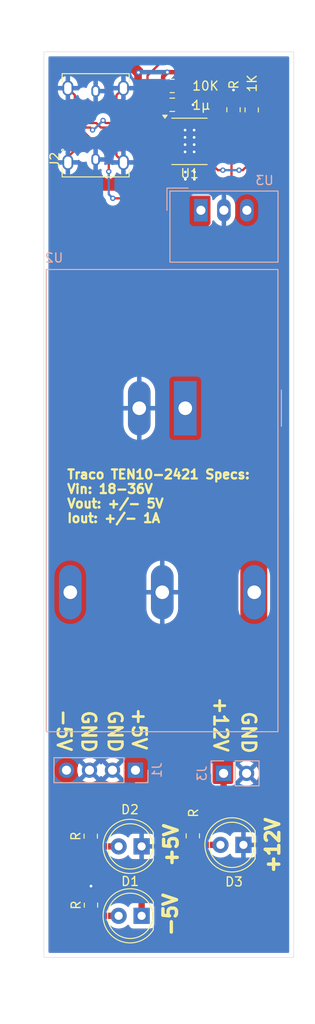
<source format=kicad_pcb>
(kicad_pcb (version 20241229) (generator "pcbnew") (generator_version "9.0")
  (layers (0 "F.Cu" signal) (2 "B.Cu" signal) (13 "F.Paste" user) (15 "B.Paste" user) (5 "F.SilkS" user "F.Silkscreen") (7 "B.SilkS" user "B.Silkscreen") (1 "F.Mask" user) (3 "B.Mask" user) (25 "Edge.Cuts" user))
  (net 0 "")
  (net 1 "/CH224K_VDD")
  (net 2 "VBUS")
  (net 3 "/CC1")
  (net 4 "/D+")
  (net 5 "/D-")
  (net 6 "/CC2")
  (net 7 "/CH224K_VBUS")
  (net 8 "Net-(U1-CFG1)")
  (net 12 "+5V")
  (net 13 "-5V")
  (net 14 "GND")
  (net 25 "Net-(D1-A)")
  (net 26 "Net-(D2-A)")
  (net 27 "Net-(D3-A)")
  (net 28 "+12V")
  (footprint "Allgemein:R_0805" (layer "F.Cu") (at 160.57 57.37 90)
    (property "Reference" "R3")
    (property "Value" "R" (at 2.77 0.04 90) (layer "F.SilkS"))
    (fp_line (start -0.227064 -0.735) (end 0.227064 -0.735) (stroke (width 0.12)) (layer "F.SilkS"))
    (fp_line (start -0.227064 0.735) (end 0.227064 0.735) (stroke (width 0.12)) (layer "F.SilkS"))
    (pad "1" smd roundrect (at -1 0 90) (size 1.2 1.4) (layers "F.Cu" "F.Mask" "F.Paste") (roundrect_rratio 0.208333) (net 8 "Net-(U1-CFG1)"))
    (pad "2" smd roundrect (at 1 0 90) (size 1.2 1.4) (layers "F.Cu" "F.Mask" "F.Paste") (roundrect_rratio 0.208333) (net 14 "GND"))
  )
  (footprint "LED_THT:LED_D5.0mm" (layer "F.Cu") (at 150.42 138.7125 180)
    (property "Reference" "D2" (at 1.295 4.0625 180) (layer "F.SilkS"))
    (property "Value" "LED")
    (fp_line (start -1.29 -1.545) (end -1.29 1.545) (stroke (width 0.12)) (layer "F.SilkS"))
    (fp_arc (start 4.26 0) (mid 2.071779 2.880495) (end -1.29 1.54483) (stroke (width 0.12)) (layer "F.SilkS"))
    (fp_arc (start -1.29 -1.54483) (mid 2.071779 -2.880495) (end 4.26 0) (stroke (width 0.12)) (layer "F.SilkS"))
    (fp_circle (center 1.27 0) (end 3.77 0) (stroke (width 0.12)) (fill no) (layer "F.SilkS"))
    (pad "1" thru_hole rect (at 0 0 180) (size 1.8 1.8) (drill 0.9) (layers "*.Cu" "*.Mask") (net 14 "GND"))
    (pad "2" thru_hole circle (at 2.54 0 180) (size 1.8 1.8) (drill 0.9) (layers "*.Cu" "*.Mask") (net 26 "Net-(D2-A)"))
  )
  (footprint "Package_SO:SSOP-10-1EP_3.9x4.9mm_P1mm_EP2.1x3.3mm" (layer "F.Cu") (at 155.7075 60.86)
    (property "Reference" "U1" (at 0.02 3.56 0) (layer "F.SilkS"))
    (property "Value" "CH224K")
    (fp_line (start 0 -2.56) (end -1.95 -2.56) (stroke (width 0.12)) (layer "F.SilkS"))
    (fp_line (start 0 -2.56) (end 1.95 -2.56) (stroke (width 0.12)) (layer "F.SilkS"))
    (fp_line (start 0 2.56) (end -1.95 2.56) (stroke (width 0.12)) (layer "F.SilkS"))
    (fp_line (start 0 2.56) (end 1.95 2.56) (stroke (width 0.12)) (layer "F.SilkS"))
    (fp_poly (pts (xy -2.7125 -2.56) (xy -2.9525 -2.89) (xy -2.4725 -2.89)) (stroke (width 0.12)) (fill yes) (layer "F.SilkS"))
    (pad "1" smd roundrect (at -2.6375 -2) (size 1.675 0.6) (layers "F.Cu" "F.Mask" "F.Paste") (net 1 "/CH224K_VDD"))
    (pad "2" smd roundrect (at -2.6375 -1) (size 1.675 0.6) (layers "F.Cu" "F.Mask" "F.Paste"))
    (pad "3" smd roundrect (at -2.6375 0) (size 1.675 0.6) (layers "F.Cu" "F.Mask" "F.Paste"))
    (pad "4" smd roundrect (at -2.6375 1) (size 1.675 0.6) (layers "F.Cu" "F.Mask" "F.Paste") (net 4 "/D+"))
    (pad "5" smd roundrect (at -2.6375 2) (size 1.675 0.6) (layers "F.Cu" "F.Mask" "F.Paste") (net 5 "/D-"))
    (pad "6" smd roundrect (at 2.6375 2) (size 1.675 0.6) (layers "F.Cu" "F.Mask" "F.Paste") (net 6 "/CC2"))
    (pad "7" smd roundrect (at 2.6375 1) (size 1.675 0.6) (layers "F.Cu" "F.Mask" "F.Paste") (net 3 "/CC1"))
    (pad "8" smd roundrect (at 2.6375 0) (size 1.675 0.6) (layers "F.Cu" "F.Mask" "F.Paste") (net 7 "/CH224K_VBUS"))
    (pad "9" smd roundrect (at 2.6375 -1) (size 1.675 0.6) (layers "F.Cu" "F.Mask" "F.Paste") (net 8 "Net-(U1-CFG1)"))
    (pad "10" smd roundrect (at 2.6375 -2) (size 1.675 0.6) (layers "F.Cu" "F.Mask" "F.Paste"))
    (pad "11" smd rect (at 0 0) (size 2.1 3.3) (property pad_prop_heatsink) (layers "F.Cu" "F.Mask") (net 14 "GND"))
  )
  (footprint "Allgemein:R_0805" (layer "F.Cu") (at 162.58 57.39 -90)
    (property "Reference" "R1")
    (property "Value" "1K" (at -2.93 -0.04 90) (layer "F.SilkS"))
    (fp_line (start -0.227064 0.735) (end 0.227064 0.735) (stroke (width 0.12)) (layer "F.SilkS"))
    (fp_line (start -0.227064 -0.735) (end 0.227064 -0.735) (stroke (width 0.12)) (layer "F.SilkS"))
    (pad "1" smd roundrect (at -1 0 270) (size 1.2 1.4) (layers "F.Cu" "F.Mask" "F.Paste") (roundrect_rratio 0.208333) (net 2 "VBUS"))
    (pad "2" smd roundrect (at 1 0 270) (size 1.2 1.4) (layers "F.Cu" "F.Mask" "F.Paste") (roundrect_rratio 0.208333) (net 7 "/CH224K_VBUS"))
  )
  (footprint "Allgemein:C_0805" (layer "F.Cu") (at 153.805 56.82 180)
    (property "Reference" "C1")
    (property "Value" "1µ" (at -3.2325 -0.04 0) (layer "F.SilkS"))
    (fp_line (start -0.261252 0.735) (end 0.261252 0.735) (stroke (width 0.12)) (layer "F.SilkS"))
    (fp_line (start -0.261252 -0.735) (end 0.261252 -0.735) (stroke (width 0.12)) (layer "F.SilkS"))
    (pad "1" smd roundrect (at -1.0375 0 180) (size 1.175 1.45) (layers "F.Cu" "F.Mask" "F.Paste") (roundrect_rratio 0.212766) (net 14 "GND"))
    (pad "2" smd roundrect (at 1.0375 0 180) (size 1.175 1.45) (layers "F.Cu" "F.Mask" "F.Paste") (roundrect_rratio 0.212766) (net 1 "/CH224K_VDD"))
  )
  (footprint "LED_THT:LED_D5.0mm" (layer "F.Cu") (at 150.42 146.38 180)
    (property "Reference" "D1" (at 1.275 3.805 180) (layer "F.SilkS"))
    (property "Value" "LED")
    (fp_line (start -1.29 -1.545) (end -1.29 1.545) (stroke (width 0.12)) (layer "F.SilkS"))
    (fp_arc (start 4.26 0) (mid 2.071779 2.880495) (end -1.29 1.54483) (stroke (width 0.12)) (layer "F.SilkS"))
    (fp_arc (start -1.29 -1.54483) (mid 2.071779 -2.880495) (end 4.26 0) (stroke (width 0.12)) (layer "F.SilkS"))
    (fp_circle (center 1.27 0) (end 3.77 0) (stroke (width 0.12)) (fill no) (layer "F.SilkS"))
    (pad "1" thru_hole rect (at 0 0 180) (size 1.8 1.8) (drill 0.9) (layers "*.Cu" "*.Mask") (net 13 "-5V"))
    (pad "2" thru_hole circle (at 2.54 0 180) (size 1.8 1.8) (drill 0.9) (layers "*.Cu" "*.Mask") (net 25 "Net-(D1-A)"))
  )
  (footprint "Allgemein:R_0805" (layer "F.Cu") (at 156.075 137.55 -90)
    (property "Reference" "R6")
    (property "Value" "R" (at -2.525 -0.075 90) (layer "F.SilkS"))
    (fp_line (start -0.227064 0.735) (end 0.227064 0.735) (stroke (width 0.12)) (layer "F.SilkS"))
    (fp_line (start -0.227064 -0.735) (end 0.227064 -0.735) (stroke (width 0.12)) (layer "F.SilkS"))
    (pad "1" smd roundrect (at -1 0 270) (size 1.2 1.4) (layers "F.Cu" "F.Mask" "F.Paste") (roundrect_rratio 0.208333) (net 28 "+12V"))
    (pad "2" smd roundrect (at 1 0 270) (size 1.2 1.4) (layers "F.Cu" "F.Mask" "F.Paste") (roundrect_rratio 0.208333) (net 27 "Net-(D3-A)"))
  )
  (footprint "Connector_USB:USB_C_Receptacle_JAE_DX07S024WJ1R350" (layer "F.Cu") (at 145.34 59.085 90)
    (property "Reference" "J2" (at -3.8 -4.5 90) (layer "F.SilkS"))
    (property "Value" "USB_C_Receptacle")
    (fp_line (start 5.7 -3.7) (end 5.7 3.7) (stroke (width 0.12)) (layer "F.SilkS"))
    (fp_line (start 4.8 -3.7) (end 5.7 -3.7) (stroke (width 0.12)) (layer "F.SilkS"))
    (fp_line (start -5.7 -3.7) (end -4.8 -3.7) (stroke (width 0.12)) (layer "F.SilkS"))
    (fp_line (start -5.7 -3.7) (end -5.7 3.7) (stroke (width 0.12)) (layer "F.SilkS"))
    (fp_line (start 4.8 3.7) (end 5.7 3.7) (stroke (width 0.12)) (layer "F.SilkS"))
    (fp_line (start -5.7 3.7) (end -4.8 3.7) (stroke (width 0.12)) (layer "F.SilkS"))
    (fp_circle (center -2.75 -3.65) (end -2.638197 -3.65) (stroke (width 0.12)) (fill no) (layer "F.SilkS"))
    (pad "" np_thru_hole circle (at -3.5 -1.35 90) (size 0.6 0.6) (drill 0.6) (layers "*.Cu" "*.Mask"))
    (pad "" np_thru_hole oval (at 3.5 -1.35 90) (size 0.85 0.6) (drill oval 0.85 0.6) (layers "*.Cu" "*.Mask"))
    (pad "A1" smd rect (at -2.75 -2.3 90) (size 0.27 1.4) (layers "F.Cu" "F.Mask" "F.Paste") (net 14 "GND"))
    (pad "A2" smd rect (at -2.25 -2.3 90) (size 0.27 1.4) (layers "F.Cu" "F.Mask" "F.Paste"))
    (pad "A3" smd rect (at -1.75 -2.3 90) (size 0.27 1.4) (layers "F.Cu" "F.Mask" "F.Paste"))
    (pad "A4" smd rect (at -1.25 -2.3 90) (size 0.27 1.4) (layers "F.Cu" "F.Mask" "F.Paste") (net 2 "VBUS"))
    (pad "A5" smd rect (at -0.75 -2.3 90) (size 0.27 1.4) (layers "F.Cu" "F.Mask" "F.Paste") (net 3 "/CC1"))
    (pad "A6" smd rect (at -0.25 -2.3 90) (size 0.27 1.4) (layers "F.Cu" "F.Mask" "F.Paste") (net 4 "/D+"))
    (pad "A7" smd rect (at 0.25 -2.3 90) (size 0.27 1.4) (layers "F.Cu" "F.Mask" "F.Paste") (net 5 "/D-"))
    (pad "A8" smd rect (at 0.75 -2.3 90) (size 0.27 1.4) (layers "F.Cu" "F.Mask" "F.Paste"))
    (pad "A9" smd rect (at 1.25 -2.3 90) (size 0.27 1.4) (layers "F.Cu" "F.Mask" "F.Paste") (net 2 "VBUS"))
    (pad "A10" smd rect (at 1.75 -2.3 90) (size 0.27 1.4) (layers "F.Cu" "F.Mask" "F.Paste"))
    (pad "A11" smd rect (at 2.25 -2.3 90) (size 0.27 1.4) (layers "F.Cu" "F.Mask" "F.Paste"))
    (pad "A12" smd rect (at 2.75 -2.3 90) (size 0.27 1.4) (layers "F.Cu" "F.Mask" "F.Paste") (net 14 "GND"))
    (pad "B1" smd rect (at 2.75 2.3 90) (size 0.27 1.4) (layers "F.Cu" "F.Mask" "F.Paste") (net 14 "GND"))
    (pad "B2" smd rect (at 2.25 2.3 90) (size 0.27 1.4) (layers "F.Cu" "F.Mask" "F.Paste"))
    (pad "B3" smd rect (at 1.75 2.3 90) (size 0.27 1.4) (layers "F.Cu" "F.Mask" "F.Paste"))
    (pad "B4" smd rect (at 1.25 2.3 90) (size 0.27 1.4) (layers "F.Cu" "F.Mask" "F.Paste") (net 2 "VBUS"))
    (pad "B5" smd rect (at 0.75 2.3 90) (size 0.27 1.4) (layers "F.Cu" "F.Mask" "F.Paste") (net 6 "/CC2"))
    (pad "B6" smd rect (at 0.25 2.3 90) (size 0.27 1.4) (layers "F.Cu" "F.Mask" "F.Paste") (net 4 "/D+"))
    (pad "B7" smd rect (at -0.25 2.3 90) (size 0.27 1.4) (layers "F.Cu" "F.Mask" "F.Paste") (net 5 "/D-"))
    (pad "B8" smd rect (at -0.75 2.3 90) (size 0.27 1.4) (layers "F.Cu" "F.Mask" "F.Paste"))
    (pad "B9" smd rect (at -1.25 2.3 90) (size 0.27 1.4) (layers "F.Cu" "F.Mask" "F.Paste") (net 2 "VBUS"))
    (pad "B10" smd rect (at -1.75 2.3 90) (size 0.27 1.4) (layers "F.Cu" "F.Mask" "F.Paste"))
    (pad "B11" smd rect (at -2.25 2.3 90) (size 0.27 1.4) (layers "F.Cu" "F.Mask" "F.Paste"))
    (pad "B12" smd rect (at -2.75 2.3 90) (size 0.27 1.4) (layers "F.Cu" "F.Mask" "F.Paste") (net 14 "GND"))
    (pad "S1" thru_hole oval (at -4.1 -3.07 180) (size 1.2 1.7) (drill oval 0.8 1.3) (property pad_prop_heatsink) (layers "*.Cu" "*.Mask") (net 14 "GND"))
    (pad "S1" thru_hole oval (at -4.1 3.07 180) (size 1.2 1.7) (drill oval 0.8 1.3) (property pad_prop_heatsink) (layers "*.Cu" "*.Mask") (net 14 "GND"))
    (pad "S1" thru_hole oval (at -3.775 0 180) (size 0.95 1.35) (drill oval 0.55 0.95) (property pad_prop_heatsink) (layers "*.Cu" "*.Mask") (net 14 "GND"))
    (pad "S1" thru_hole oval (at 3.775 0 180) (size 0.95 1.35) (drill oval 0.55 0.95) (property pad_prop_heatsink) (layers "*.Cu" "*.Mask") (net 14 "GND"))
    (pad "S1" thru_hole oval (at 4.1 -3.07 180) (size 1.2 1.7) (drill oval 0.8 1.3) (property pad_prop_heatsink) (layers "*.Cu" "*.Mask") (net 14 "GND"))
    (pad "S1" thru_hole oval (at 4.1 3.07 180) (size 1.2 1.7) (drill oval 0.8 1.3) (property pad_prop_heatsink) (layers "*.Cu" "*.Mask") (net 14 "GND"))
  )
  (footprint "Allgemein:R_0805" (layer "F.Cu") (at 144.8 137.5875 -90)
    (property "Reference" "R5")
    (property "Value" "R" (at 0 1.65 90) (layer "F.SilkS"))
    (fp_line (start -0.227064 0.735) (end 0.227064 0.735) (stroke (width 0.12)) (layer "F.SilkS"))
    (fp_line (start -0.227064 -0.735) (end 0.227064 -0.735) (stroke (width 0.12)) (layer "F.SilkS"))
    (pad "1" smd roundrect (at -1 0 270) (size 1.2 1.4) (layers "F.Cu" "F.Mask" "F.Paste") (roundrect_rratio 0.208333) (net 12 "+5V"))
    (pad "2" smd roundrect (at 1 0 270) (size 1.2 1.4) (layers "F.Cu" "F.Mask" "F.Paste") (roundrect_rratio 0.208333) (net 26 "Net-(D2-A)"))
  )
  (footprint "Allgemein:R_0805" (layer "F.Cu") (at 144.825 145.2 -90)
    (property "Reference" "R4")
    (property "Value" "R" (at 0 1.65 90) (layer "F.SilkS"))
    (fp_line (start -0.227064 0.735) (end 0.227064 0.735) (stroke (width 0.12)) (layer "F.SilkS"))
    (fp_line (start -0.227064 -0.735) (end 0.227064 -0.735) (stroke (width 0.12)) (layer "F.SilkS"))
    (pad "1" smd roundrect (at -1 0 270) (size 1.2 1.4) (layers "F.Cu" "F.Mask" "F.Paste") (roundrect_rratio 0.208333) (net 14 "GND"))
    (pad "2" smd roundrect (at 1 0 270) (size 1.2 1.4) (layers "F.Cu" "F.Mask" "F.Paste") (roundrect_rratio 0.208333) (net 25 "Net-(D1-A)"))
  )
  (footprint "Allgemein:R_0805" (layer "F.Cu") (at 153.7975 54.74)
    (property "Reference" "R2")
    (property "Value" "10K" (at 3.68 0 0) (layer "F.SilkS"))
    (fp_line (start -0.227064 -0.735) (end 0.227064 -0.735) (stroke (width 0.12)) (layer "F.SilkS"))
    (fp_line (start -0.227064 0.735) (end 0.227064 0.735) (stroke (width 0.12)) (layer "F.SilkS"))
    (pad "1" smd roundrect (at -1 0) (size 1.2 1.4) (layers "F.Cu" "F.Mask" "F.Paste") (roundrect_rratio 0.208333) (net 2 "VBUS"))
    (pad "2" smd roundrect (at 1 0) (size 1.2 1.4) (layers "F.Cu" "F.Mask" "F.Paste") (roundrect_rratio 0.208333) (net 1 "/CH224K_VDD"))
  )
  (footprint "LED_THT:LED_D5.0mm" (layer "F.Cu") (at 161.67 138.545 180)
    (property "Reference" "D3" (at 1.045 -4.08 180) (layer "F.SilkS"))
    (property "Value" "LED")
    (fp_line (start -1.29 -1.545) (end -1.29 1.545) (stroke (width 0.12)) (layer "F.SilkS"))
    (fp_arc (start 4.26 0) (mid 2.071779 2.880495) (end -1.29 1.54483) (stroke (width 0.12)) (layer "F.SilkS"))
    (fp_arc (start -1.29 -1.54483) (mid 2.071779 -2.880495) (end 4.26 0) (stroke (width 0.12)) (layer "F.SilkS"))
    (fp_circle (center 1.27 0) (end 3.77 0) (stroke (width 0.12)) (fill no) (layer "F.SilkS"))
    (pad "1" thru_hole rect (at 0 0 180) (size 1.8 1.8) (drill 0.9) (layers "*.Cu" "*.Mask") (net 14 "GND"))
    (pad "2" thru_hole circle (at 2.54 0 180) (size 1.8 1.8) (drill 0.9) (layers "*.Cu" "*.Mask") (net 27 "Net-(D3-A)"))
  )
  (footprint "Converter_DCDC:Converter_DCDC_TRACO_TSR-1_THT" (layer "B.Cu") (at 156.9675 68.4675)
    (property "Reference" "U3" (at 7.0325 -3.2925 0) (layer "B.SilkS") (effects (justify mirror)))
    (property "Value" "TSR_1-24120")
    (fp_line (start -3.75 -2.45) (end -1.42 -2.45) (stroke (width 0.12)) (layer "B.SilkS"))
    (fp_line (start -3.75 0) (end -3.75 -2.45) (stroke (width 0.12)) (layer "B.SilkS"))
    (fp_line (start -3.42 -2.12) (end -3.42 5.73) (stroke (width 0.12)) (layer "B.SilkS"))
    (fp_line (start -3.42 5.73) (end 8.52 5.73) (stroke (width 0.12)) (layer "B.SilkS"))
    (fp_line (start 8.52 -2.12) (end -3.42 -2.12) (stroke (width 0.12)) (layer "B.SilkS"))
    (fp_line (start 8.52 5.73) (end 8.52 -2.12) (stroke (width 0.12)) (layer "B.SilkS"))
    (pad "1" thru_hole rect (at 0 0) (size 1.5 2.5) (drill 1) (layers "*.Cu" "*.Mask") (net 2 "VBUS"))
    (pad "2" thru_hole oval (at 2.54 0) (size 1.5 2.5) (drill 1) (layers "*.Cu" "*.Mask") (net 14 "GND"))
    (pad "3" thru_hole oval (at 5.08 0) (size 1.5 2.5) (drill 1) (layers "*.Cu" "*.Mask") (net 28 "+12V"))
  )
  (footprint "project_lib:Converter_DCDC_TRACO_TEN10-xxxx_THT" (layer "B.Cu") (at 155.24 90.33 180)
    (property "Reference" "U2" (at 14.49 16.605 0) (layer "B.SilkS") (effects (justify mirror)))
    (property "Value" "TEN10-2421WIN")
    (fp_line (start 15.36 15.32) (end 15.36 -35.72) (stroke (width 0.12)) (layer "B.SilkS"))
    (fp_line (start 15.36 -35.72) (end -10.24 -35.72) (stroke (width 0.12)) (layer "B.SilkS"))
    (fp_line (start -10.24 15.32) (end 15.36 15.32) (stroke (width 0.12)) (layer "B.SilkS"))
    (fp_line (start -10.24 -35.72) (end -10.24 15.32) (stroke (width 0.12)) (layer "B.SilkS"))
    (fp_line (start -10.62 2) (end -10.62 -2) (stroke (width 0.12)) (layer "B.SilkS"))
    (pad "1" thru_hole rect (at 0 0 90) (size 6 2.5) (drill 1.5) (layers "*.Cu" "*.Mask") (net 2 "VBUS"))
    (pad "2" thru_hole oval (at 5.08 0 90) (size 6 2.5) (drill 1.5) (layers "*.Cu" "*.Mask") (net 14 "GND"))
    (pad "3" thru_hole oval (at -7.62 -20.32 90) (size 6 2.5) (drill 1.5) (layers "*.Cu" "*.Mask") (net 12 "+5V"))
    (pad "4" thru_hole oval (at 2.54 -20.32 90) (size 6 2.5) (drill 1.5) (layers "*.Cu" "*.Mask") (net 14 "GND"))
    (pad "5" thru_hole oval (at 12.7 -20.32 90) (size 6 2.5) (drill 1.5) (layers "*.Cu" "*.Mask") (net 13 "-5V"))
  )
  (footprint "Connector_PinHeader_2.54mm:PinHeader_1x04_P2.54mm_Vertical" (layer "B.Cu") (at 149.74 130.3 90)
    (property "Reference" "J1" (at 0 2.38 90) (layer "B.SilkS") (effects (justify mirror)))
    (property "Value" "Conn_01x04")
    (fp_line (start -1.38 -9) (end 1.38 -9) (stroke (width 0.12)) (layer "B.SilkS"))
    (fp_line (start 1.38 -1.27) (end 1.38 -9) (stroke (width 0.12)) (layer "B.SilkS"))
    (fp_line (start -1.38 -1.27) (end -1.38 -9) (stroke (width 0.12)) (layer "B.SilkS"))
    (fp_line (start -1.38 -1.27) (end 1.38 -1.27) (stroke (width 0.12)) (layer "B.SilkS"))
    (fp_line (start -1.38 0) (end -1.38 1.38) (stroke (width 0.12)) (layer "B.SilkS"))
    (fp_line (start -1.38 1.38) (end 0 1.38) (stroke (width 0.12)) (layer "B.SilkS"))
    (pad "1" thru_hole rect (at 0 0 90) (size 1.7 1.7) (drill 1) (layers "*.Cu" "*.Mask") (net 12 "+5V"))
    (pad "2" thru_hole circle (at 0 -2.54 90) (size 1.7 1.7) (drill 1) (layers "*.Cu" "*.Mask") (net 14 "GND"))
    (pad "3" thru_hole circle (at 0 -5.08 90) (size 1.7 1.7) (drill 1) (layers "*.Cu" "*.Mask") (net 14 "GND"))
    (pad "4" thru_hole circle (at 0 -7.62 90) (size 1.7 1.7) (drill 1) (layers "*.Cu" "*.Mask") (net 13 "-5V"))
  )
  (footprint "Connector_PinHeader_2.54mm:PinHeader_1x02_P2.54mm_Vertical" (layer "B.Cu") (at 159.475 130.65 -90)
    (property "Reference" "J3" (at 0 2.38 90) (layer "B.SilkS") (effects (justify mirror)))
    (property "Value" "Conn_01x02")
    (fp_line (start -1.38 1.38) (end 0 1.38) (stroke (width 0.12)) (layer "B.SilkS"))
    (fp_line (start -1.38 0) (end -1.38 1.38) (stroke (width 0.12)) (layer "B.SilkS"))
    (fp_line (start -1.38 -1.27) (end 1.38 -1.27) (stroke (width 0.12)) (layer "B.SilkS"))
    (fp_line (start -1.38 -1.27) (end -1.38 -3.92) (stroke (width 0.12)) (layer "B.SilkS"))
    (fp_line (start 1.38 -1.27) (end 1.38 -3.92) (stroke (width 0.12)) (layer "B.SilkS"))
    (fp_line (start -1.38 -3.92) (end 1.38 -3.92) (stroke (width 0.12)) (layer "B.SilkS"))
    (pad "1" thru_hole rect (at 0 0 270) (size 1.7 1.7) (drill 1) (layers "*.Cu" "*.Mask") (net 28 "+12V"))
    (pad "2" thru_hole circle (at 0 -2.54 270) (size 1.7 1.7) (drill 1) (layers "*.Cu" "*.Mask") (net 14 "GND"))
  )
  (gr_rect (start 139.625 50.975) (end 167.225 150.975) (stroke (width 0.05)) (fill no) (layer "Edge.Cuts"))
  (gr_text "-5V" (at 140.975 123.4 270) (layer "F.SilkS") (effects (font (size 1.5 1.5) (thickness 0.3) (bold yes)) (justify left bottom)))
  (gr_text "Traco TEN10-2421 Specs:\nVin: 18-36V\nVout: +/- 5V\nIout: +/- 1A" (at 142.075 103.05 0) (layer "F.SilkS") (effects (font (size 1 1) (thickness 0.25) (bold yes)) (justify left bottom)))
  (gr_text "+12V" (at 165.775 141.85 90) (layer "F.SilkS") (effects (font (size 1.5 1.5) (thickness 0.375) (bold yes)) (justify left bottom)))
  (gr_text "-5V" (at 154.475 148.775 90) (layer "F.SilkS") (effects (font (size 1.5 1.5) (thickness 0.375) (bold yes)) (justify left bottom)))
  (gr_text "+5V" (at 154.55 141.1 90) (layer "F.SilkS") (effects (font (size 1.5 1.5) (thickness 0.375) (bold yes)) (justify left bottom)))
  (gr_text "GND" (at 146.6 123.525 270) (layer "F.SilkS") (effects (font (size 1.5 1.5) (thickness 0.3) (bold yes)) (justify left bottom)))
  (gr_text "GND" (at 161.375 123.65 270) (layer "F.SilkS") (effects (font (size 1.5 1.5) (thickness 0.3) (bold yes)) (justify left bottom)))
  (gr_text "+5V" (at 149.275 123.25 270) (layer "F.SilkS") (effects (font (size 1.5 1.5) (thickness 0.3) (bold yes)) (justify left bottom)))
  (gr_text "+12V" (at 158.275 122.05 270) (layer "F.SilkS") (effects (font (size 1.5 1.5) (thickness 0.3) (bold yes)) (justify left bottom)))
  (gr_text "GND" (at 143.7 123.55 270) (layer "F.SilkS") (effects (font (size 1.5 1.5) (thickness 0.3) (bold yes)) (justify left bottom)))
  (segment (start 153.07 58.86) (end 153.07 58.3025) (width 0.4) (layer "F.Cu") (net 1))
  (segment (start 152.7675 56.82) (end 152.7675 56.77) (width 0.5) (layer "F.Cu") (net 1))
  (segment (start 152.7675 56.77) (end 154.7975 54.74) (width 0.5) (layer "F.Cu") (net 1))
  (segment (start 153.07 58.3025) (end 152.7675 58) (width 0.4) (layer "F.Cu") (net 1))
  (segment (start 152.7675 58) (end 152.7675 56.82) (width 0.4) (layer "F.Cu") (net 1))
  (segment (start 155.24 79.39) (end 149.5125 73.6625) (width 1) (layer "F.Cu") (net 2))
  (segment (start 141.84 60.34) (end 141.845 60.335) (width 0.5) (layer "F.Cu") (net 2))
  (segment (start 150.08 64.62) (end 148.96 65.74) (width 0.5) (layer "F.Cu") (net 2))
  (segment (start 140.49 60.34) (end 141.84 60.34) (width 0.5) (layer "F.Cu") (net 2))
  (segment (start 148.83 57.66) (end 148.655 57.835) (width 0.3) (layer "F.Cu") (net 2))
  (segment (start 140.49 64.7) (end 140.49 60.34) (width 0.5) (layer "F.Cu") (net 2))
  (segment (start 140.49 57.905) (end 140.6 57.795) (width 0.5) (layer "F.Cu") (net 2))
  (segment (start 140.6 57.795) (end 141.645 57.795) (width 0.5) (layer "F.Cu") (net 2))
  (segment (start 149.6125 73.6625) (end 149.5125 73.6625) (width 1) (layer "F.Cu") (net 2))
  (segment (start 148.88 60.46) (end 150.08 61.66) (width 0.5) (layer "F.Cu") (net 2))
  (segment (start 150.08 61.66) (end 150.08 64.62) (width 0.5) (layer "F.Cu") (net 2))
  (segment (start 162.58 54.75) (end 162.58 56.39) (width 0.5) (layer "F.Cu") (net 2))
  (segment (start 141.645 57.835) (end 143.04 57.835) (width 0.3) (layer "F.Cu") (net 2))
  (segment (start 152.7975 54.74) (end 152.7975 53.6825) (width 0.5) (layer "F.Cu") (net 2))
  (segment (start 148.655 57.835) (end 147.64 57.835) (width 0.3) (layer "F.Cu") (net 2))
  (segment (start 152.7975 53.6825) (end 153.26 53.22) (width 0.5) (layer "F.Cu") (net 2))
  (segment (start 161.05 53.22) (end 162.58 54.75) (width 0.5) (layer "F.Cu") (net 2))
  (segment (start 150.07 53.26) (end 149.18 52.37) (width 0.5) (layer "F.Cu") (net 2))
  (segment (start 148.96 65.74) (end 141.53 65.74) (width 0.5) (layer "F.Cu") (net 2))
  (segment (start 155.24 90.33) (end 155.24 79.39) (width 1) (layer "F.Cu") (net 2))
  (segment (start 140.49 60.34) (end 140.49 57.905) (width 0.5) (layer "F.Cu") (net 2))
  (segment (start 148.88 60.44) (end 148.775 60.335) (width 0.3) (layer "F.Cu") (net 2))
  (segment (start 140.49 53.76) (end 140.49 57.905) (width 0.5) (layer "F.Cu") (net 2))
  (segment (start 149.5125 73.6625) (end 141.59 65.74) (width 1) (layer "F.Cu") (net 2))
  (segment (start 148.88 60.46) (end 148.88 60.44) (width 0.3) (layer "F.Cu") (net 2))
  (segment (start 156.9675 68.4675) (end 154.8075 68.4675) (width 1) (layer "F.Cu") (net 2))
  (segment (start 149.18 52.37) (end 141.88 52.37) (width 0.5) (layer "F.Cu") (net 2))
  (segment (start 154.8075 68.4675) (end 149.6125 73.6625) (width 1) (layer "F.Cu") (net 2))
  (segment (start 141.845 60.335) (end 143.04 60.335) (width 0.3) (layer "F.Cu") (net 2))
  (segment (start 141.53 65.74) (end 140.49 64.7) (width 0.5) (layer "F.Cu") (net 2))
  (segment (start 141.88 52.37) (end 140.49 53.76) (width 0.5) (layer "F.Cu") (net 2))
  (segment (start 148.775 60.335) (end 147.64 60.335) (width 0.3) (layer "F.Cu") (net 2))
  (segment (start 153.26 53.22) (end 161.05 53.22) (width 0.5) (layer "F.Cu") (net 2))
  (segment (start 150.07 56.42) (end 150.07 53.26) (width 0.5) (layer "F.Cu") (net 2))
  (segment (start 141.59 65.74) (end 141.53 65.74) (width 1) (layer "F.Cu") (net 2))
  (segment (start 148.83 57.66) (end 150.07 56.42) (width 0.5) (layer "F.Cu") (net 2))
  (via (at 150.07 53.26) (size 0.6) (drill 0.3) (layers "F.Cu" "B.Cu") (net 2))
  (via (at 153.26 53.22) (size 0.6) (drill 0.3) (layers "F.Cu" "B.Cu") (net 2))
  (segment (start 150.11 53.22) (end 150.07 53.26) (width 0.5) (layer "B.Cu") (net 2))
  (segment (start 153.26 53.22) (end 150.11 53.22) (width 0.5) (layer "B.Cu") (net 2))
  (segment (start 146.79 62.56) (end 144.065 59.835) (width 0.25) (layer "F.Cu") (net 3))
  (segment (start 158.345 61.86) (end 160.06 61.86) (width 0.25) (layer "F.Cu") (net 3))
  (segment (start 160.06 61.86) (end 160.35 62.15) (width 0.25) (layer "F.Cu") (net 3))
  (segment (start 151.375 67.15) (end 147.24 67.15) (width 0.25) (layer "F.Cu") (net 3))
  (segment (start 159.815 65.925) (end 152.6 65.925) (width 0.25) (layer "F.Cu") (net 3))
  (segment (start 152.6 65.925) (end 151.375 67.15) (width 0.25) (layer "F.Cu") (net 3))
  (segment (start 160.35 65.39) (end 159.815 65.925) (width 0.25) (layer "F.Cu") (net 3))
  (segment (start 160.35 62.15) (end 160.35 65.39) (width 0.25) (layer "F.Cu") (net 3))
  (segment (start 144.065 59.835) (end 143.04 59.835) (width 0.25) (layer "F.Cu") (net 3))
  (segment (start 146.79 64.19) (end 146.79 62.56) (width 0.25) (layer "F.Cu") (net 3))
  (via (at 147.24 67.15) (size 0.6) (drill 0.3) (layers "F.Cu" "B.Cu") (net 3))
  (via (at 146.79 64.19) (size 0.6) (drill 0.3) (layers "F.Cu" "B.Cu") (net 3))
  (segment (start 146.79 66.7) (end 146.79 64.19) (width 0.25) (layer "B.Cu") (net 3))
  (segment (start 147.24 67.15) (end 146.79 66.7) (width 0.25) (layer "B.Cu") (net 3))
  (segment (start 151.66 61.61) (end 151.66 60.71) (width 0.25) (layer "F.Cu") (net 4))
  (segment (start 146.445 58.835) (end 147.64 58.835) (width 0.25) (layer "F.Cu") (net 4))
  (segment (start 153.07 61.86) (end 151.91 61.86) (width 0.25) (layer "F.Cu") (net 4))
  (segment (start 151.66 60.71) (end 149.785 58.835) (width 0.25) (layer "F.Cu") (net 4))
  (segment (start 143.04 59.335) (end 144.735 59.335) (width 0.25) (layer "F.Cu") (net 4))
  (segment (start 146.16 58.55) (end 146.445 58.835) (width 0.25) (layer "F.Cu") (net 4))
  (segment (start 144.735 59.335) (end 145 59.6) (width 0.25) (layer "F.Cu") (net 4))
  (segment (start 151.91 61.86) (end 151.66 61.61) (width 0.25) (layer "F.Cu") (net 4))
  (segment (start 149.785 58.835) (end 147.64 58.835) (width 0.25) (layer "F.Cu") (net 4))
  (via (at 145 59.6) (size 0.6) (drill 0.3) (layers "F.Cu" "B.Cu") (net 4))
  (via (at 146.16 58.55) (size 0.6) (drill 0.3) (layers "F.Cu" "B.Cu") (net 4))
  (segment (start 145.11 59.6) (end 146.16 58.55) (width 0.25) (layer "B.Cu") (net 4))
  (segment (start 145 59.6) (end 145.11 59.6) (width 0.25) (layer "B.Cu") (net 4))
  (segment (start 145.415 58.835) (end 145.915 59.335) (width 0.25) (layer "F.Cu") (net 5))
  (segment (start 151.1 62.36) (end 151.6 62.86) (width 0.25) (layer "F.Cu") (net 5))
  (segment (start 151.1 60.98) (end 151.1 62.36) (width 0.25) (layer "F.Cu") (net 5))
  (segment (start 143.04 58.835) (end 145.415 58.835) (width 0.25) (layer "F.Cu") (net 5))
  (segment (start 151.6 62.86) (end 153.07 62.86) (width 0.25) (layer "F.Cu") (net 5))
  (segment (start 149.455 59.335) (end 151.1 60.98) (width 0.25) (layer "F.Cu") (net 5))
  (segment (start 145.915 59.335) (end 147.64 59.335) (width 0.25) (layer "F.Cu") (net 5))
  (segment (start 147.64 59.335) (end 149.455 59.335) (width 0.25) (layer "F.Cu") (net 5))
  (segment (start 161.18 64.04) (end 161.6 64.04) (width 0.25) (layer "F.Cu") (net 6))
  (segment (start 158.84 64.04) (end 158.345 63.545) (width 0.25) (layer "F.Cu") (net 6))
  (segment (start 152.53 52.15) (end 151.07 53.61) (width 0.25) (layer "F.Cu") (net 6))
  (segment (start 164.16 54.42) (end 161.89 52.15) (width 0.25) (layer "F.Cu") (net 6))
  (segment (start 151.07 56.85) (end 149.585 58.335) (width 0.25) (layer "F.Cu") (net 6))
  (segment (start 151.07 53.61) (end 151.07 56.85) (width 0.25) (layer "F.Cu") (net 6))
  (segment (start 149.585 58.335) (end 147.64 58.335) (width 0.25) (layer "F.Cu") (net 6))
  (segment (start 159.39 64.04) (end 158.84 64.04) (width 0.25) (layer "F.Cu") (net 6))
  (segment (start 161.6 64.04) (end 164.16 61.48) (width 0.25) (layer "F.Cu") (net 6))
  (segment (start 164.16 61.48) (end 164.16 54.42) (width 0.25) (layer "F.Cu") (net 6))
  (segment (start 161.89 52.15) (end 152.53 52.15) (width 0.25) (layer "F.Cu") (net 6))
  (segment (start 158.345 63.545) (end 158.345 62.86) (width 0.25) (layer "F.Cu") (net 6))
  (via (at 159.39 64.04) (size 0.6) (drill 0.3) (layers "F.Cu" "B.Cu") (net 6))
  (via (at 161.18 64.04) (size 0.6) (drill 0.3) (layers "F.Cu" "B.Cu") (net 6))
  (segment (start 159.39 64.04) (end 161.18 64.04) (width 0.25) (layer "B.Cu") (net 6))
  (segment (start 158.345 60.86) (end 161.49 60.86) (width 0.4) (layer "F.Cu") (net 7))
  (segment (start 162.58 59.77) (end 162.58 58.39) (width 0.4) (layer "F.Cu") (net 7))
  (segment (start 161.49 60.86) (end 162.58 59.77) (width 0.4) (layer "F.Cu") (net 7))
  (segment (start 160.01 59.86) (end 160.57 59.3) (width 0.4) (layer "F.Cu") (net 8))
  (segment (start 160.57 59.3) (end 160.57 58.37) (width 0.4) (layer "F.Cu") (net 8))
  (segment (start 158.345 59.86) (end 160.01 59.86) (width 0.4) (layer "F.Cu") (net 8))
  (segment (start 149.74 132.285) (end 148.475 133.55) (width 0.7) (layer "F.Cu") (net 12))
  (segment (start 162.86 110.65) (end 162.86 117.18) (width 1) (layer "F.Cu") (net 12))
  (segment (start 144.8 134.475) (end 144.8 136.5875) (width 0.7) (layer "F.Cu") (net 12))
  (segment (start 145.725 133.55) (end 144.8 134.475) (width 0.7) (layer "F.Cu") (net 12))
  (segment (start 149.74 130.3) (end 149.74 132.285) (width 0.7) (layer "F.Cu") (net 12))
  (segment (start 162.86 117.18) (end 149.74 130.3) (width 1) (layer "F.Cu") (net 12))
  (segment (start 148.475 133.55) (end 145.725 133.55) (width 0.7) (layer "F.Cu") (net 12))
  (segment (start 142.12 127.13) (end 142.12 130.3) (width 1) (layer "F.Cu") (net 13))
  (segment (start 143.2 141.775) (end 149.4 141.775) (width 0.7) (layer "F.Cu") (net 13))
  (segment (start 150.42 142.795) (end 150.42 146.38) (width 0.7) (layer "F.Cu") (net 13))
  (segment (start 142.12 130.3) (end 142.12 140.695) (width 0.7) (layer "F.Cu") (net 13))
  (segment (start 149.4 141.775) (end 150.42 142.795) (width 0.7) (layer "F.Cu") (net 13))
  (segment (start 142.54 110.65) (end 142.54 126.71) (width 1) (layer "F.Cu") (net 13))
  (segment (start 142.54 126.71) (end 142.12 127.13) (width 1) (layer "F.Cu") (net 13))
  (segment (start 142.12 140.695) (end 143.2 141.775) (width 0.7) (layer "F.Cu") (net 13))
  (segment (start 143.04 55.755) (end 142.27 54.985) (width 0.25) (layer "F.Cu") (net 14))
  (segment (start 154.8425 56.82) (end 156.0975 56.82) (width 0.7) (layer "F.Cu") (net 14))
  (segment (start 147.64 56.335) (end 147.64 55.755) (width 0.25) (layer "F.Cu") (net 14))
  (segment (start 142.27 62.605) (end 143.04 61.835) (width 0.25) (layer "F.Cu") (net 14))
  (segment (start 144.825 144.2) (end 144.825 143.1) (width 0.7) (layer "F.Cu") (net 14))
  (segment (start 160.57 56.37) (end 160.57 55.19) (width 0.7) (layer "F.Cu") (net 14))
  (segment (start 147.64 62.415) (end 148.41 63.185) (width 0.25) (layer "F.Cu") (net 14))
  (segment (start 142.27 63.185) (end 142.27 62.605) (width 0.25) (layer "F.Cu") (net 14))
  (segment (start 147.64 55.755) (end 148.41 54.985) (width 0.25) (layer "F.Cu") (net 14))
  (segment (start 143.04 56.335) (end 143.04 55.755) (width 0.25) (layer "F.Cu") (net 14))
  (segment (start 147.64 61.835) (end 147.64 62.415) (width 0.25) (layer "F.Cu") (net 14))
  (via (at 155.25 65.05) (size 0.6) (drill 0.3) (layers "F.Cu" "B.Cu") (net 14))
  (via (at 155.22 61.22) (size 0.6) (drill 0.3) (layers "F.Cu" "B.Cu") (net 14))
  (via (at 155.22 59.62) (size 0.6) (drill 0.3) (layers "F.Cu" "B.Cu") (net 14))
  (via (at 156.22 60.42) (size 0.6) (drill 0.3) (layers "F.Cu" "B.Cu") (net 14))
  (via (at 160.57 55.19) (size 0.6) (drill 0.3) (layers "F.Cu" "B.Cu") (net 14))
  (via (at 156.25 65.05) (size 0.6) (drill 0.3) (layers "F.Cu" "B.Cu") (net 14))
  (via (at 144.825 143.1) (size 0.6) (drill 0.3) (layers "F.Cu" "B.Cu") (net 14))
  (via (at 156.22 62.02) (size 0.6) (drill 0.3) (layers "F.Cu" "B.Cu") (net 14))
  (via (at 156.22 59.62) (size 0.6) (drill 0.3) (layers "F.Cu" "B.Cu") (net 14))
  (via (at 155.22 62.02) (size 0.6) (drill 0.3) (layers "F.Cu" "B.Cu") (net 14))
  (via (at 156.0975 56.82) (size 0.6) (drill 0.3) (layers "F.Cu" "B.Cu") (net 14))
  (via (at 155.22 60.42) (size 0.6) (drill 0.3) (layers "F.Cu" "B.Cu") (net 14))
  (via (at 156.25 64.25) (size 0.6) (drill 0.3) (layers "F.Cu" "B.Cu") (net 14))
  (via (at 156.22 61.22) (size 0.6) (drill 0.3) (layers "F.Cu" "B.Cu") (net 14))
  (via (at 155.25 64.25) (size 0.6) (drill 0.3) (layers "F.Cu" "B.Cu") (net 14))
  (segment (start 145.155 146.38) (end 144.975 146.2) (width 0.7) (layer "F.Cu") (net 25))
  (segment (start 144.975 146.2) (end 144.825 146.2) (width 0.7) (layer "F.Cu") (net 25))
  (segment (start 147.88 146.38) (end 145.155 146.38) (width 0.7) (layer "F.Cu") (net 25))
  (segment (start 145.075 138.7125) (end 144.95 138.5875) (width 0.7) (layer "F.Cu") (net 26))
  (segment (start 144.95 138.5875) (end 144.8 138.5875) (width 0.7) (layer "F.Cu") (net 26))
  (segment (start 147.88 138.7125) (end 145.075 138.7125) (width 0.7) (layer "F.Cu") (net 26))
  (segment (start 156.08 138.545) (end 156.075 138.55) (width 0.7) (layer "F.Cu") (net 27))
  (segment (start 159.13 138.545) (end 156.08 138.545) (width 0.7) (layer "F.Cu") (net 27))
  (segment (start 162.0475 99.5725) (end 166.075 103.6) (width 1) (layer "F.Cu") (net 28))
  (segment (start 166.075 103.6) (end 166.075 121.925) (width 1) (layer "F.Cu") (net 28))
  (segment (start 166.075 121.925) (end 159.475 128.525) (width 1) (layer "F.Cu") (net 28))
  (segment (start 156.075 134.925) (end 157 134) (width 0.7) (layer "F.Cu") (net 28))
  (segment (start 162.0475 68.4675) (end 162.0475 99.5725) (width 1) (layer "F.Cu") (net 28))
  (segment (start 159.475 128.525) (end 159.475 130.65) (width 1) (layer "F.Cu") (net 28))
  (segment (start 158.55 134) (end 159.475 133.075) (width 0.7) (layer "F.Cu") (net 28))
  (segment (start 159.475 133.075) (end 159.475 130.65) (width 0.7) (layer "F.Cu") (net 28))
  (segment (start 157 134) (end 158.55 134) (width 0.7) (layer "F.Cu") (net 28))
  (segment (start 156.075 136.55) (end 156.075 134.925) (width 0.7) (layer "F.Cu") (net 28))
  (zone (net 12) (net_name "+5V") (layer "F.Cu") (priority 5) (connect_pads yes (clearance 0.5)) (min_thickness 0.25) (fill yes (thermal_gap 0.5) (thermal_bridge_width 0.5))
    (polygon (pts (xy 148.475 129.2) (xy 148.475 132.025) (xy 148.825 132.375) (xy 151.2 132.375) (xy 151.35 132.225) (xy 151.35 130.825) (xy 152.825 129.35) (xy 152.725 129.35) (xy 164.3 117.775) (xy 164.3 106.5) (xy 164.3 106.5) (xy 161.45 106.5) (xy 161.325 106.625) (xy 161.325 116.325) (xy 157.9 119.75) (xy 157.925 119.75)))
  )
  (zone (net 13) (net_name "-5V") (layer "F.Cu") (priority 4) (connect_pads yes (clearance 0.5)) (min_thickness 0.25) (fill yes (thermal_gap 0.5) (thermal_bridge_width 0.5))
    (polygon (pts (xy 140.45 107.3) (xy 140.45 131.65) (xy 141.375 132.575) (xy 142.65 132.575) (xy 143.4 131.825) (xy 143.4 128.55) (xy 144.35 127.6) (xy 144.35 107.55) (xy 143.675 106.875) (xy 140.875 106.875)))
  )
  (zone (net 2) (net_name "VBUS") (layer "F.Cu") (connect_pads yes (clearance 0.5)) (min_thickness 0.25) (fill yes (thermal_gap 0.5) (thermal_bridge_width 0.5))
    (polygon (pts (xy 153.16 93.895) (xy 153.16 80.335) (xy 139.725 66.9) (xy 139.72 66.9) (xy 139.72 53.05) (xy 141.08 51.69) (xy 149.38 51.69) (xy 150.58 52.89) (xy 150.58 56.67) (xy 149.35 57.9) (xy 148.75 57.9) (xy 148.55 57.7) (xy 148.55 57.42) (xy 149.6 56.37) (xy 149.6 53.61) (xy 148.97 52.98) (xy 142.2 52.98) (xy 141.04 54.14) (xy 141.04 64.36) (xy 141.465 64.785) (xy 148.89 64.785) (xy 149.54 64.135) (xy 149.54 61.83) (xy 148.69 60.98) (xy 148.69 60.54) (xy 148.98 60.25) (xy 149.28 60.25) (xy 150.46 61.43) (xy 150.46 65.21) (xy 149.36 66.31) (xy 145.87 66.31) (xy 145.65 66.53) (xy 145.65 66.93) (xy 157.24 78.52) (xy 157.24 87.945) (xy 157.24 93.895)))
  )
  (zone (net 28) (net_name "+12V") (layer "F.Cu") (priority 6) (connect_pads yes (clearance 0.5)) (min_thickness 0.25) (fill yes (thermal_gap 0.5) (thermal_bridge_width 0.5))
    (polygon (pts (xy 158.25 131.675) (xy 158.25 128.125) (xy 164.875 121.5) (xy 164.875 104.5) (xy 160.625 100.25) (xy 160.625 67.1) (xy 161.175 66.55) (xy 162.8 66.55) (xy 163.45 67.2) (xy 163.45 99.025) (xy 167.5 103.075) (xy 167.5 122.45) (xy 160.55 129.4) (xy 160.55 131.675) (xy 160.4 131.825) (xy 158.4 131.825)))
  )
  (zone (net 14) (net_name "GND") (layer "F.Cu") (priority 1) (connect_pads (clearance 0.5)) (min_thickness 0.25) (fill yes (thermal_gap 0.5) (thermal_bridge_width 0.5))
    (polygon (pts (xy 154.66 58.83) (xy 154.86 58.63) (xy 156.54 58.63) (xy 156.76 58.85) (xy 156.76 65.28) (xy 156.535 65.505) (xy 154.91 65.505) (xy 154.66 65.255)))
  )
  (zone (net 2) (net_name "VBUS") (layer "F.Cu") (priority 2) (connect_pads yes (clearance 0.5)) (min_thickness 0.25) (fill yes (thermal_gap 0.5) (thermal_bridge_width 0.5))
    (polygon (pts (xy 158.025 66.85) (xy 154.425 66.85) (xy 149.675 71.6) (xy 149.675 72.275) (xy 151.175 73.775) (xy 151.7 73.775) (xy 155.175 70.3) (xy 157.7 70.3) (xy 158.025 69.975)))
  )
  (zone (net 14) (net_name "GND") (layer "B.Cu") (priority 3) (connect_pads (clearance 0.5)) (min_thickness 0.25) (fill yes (thermal_gap 0.5) (thermal_bridge_width 0.5))
    (polygon (pts (xy 169.575 45.25) (xy 137.325875 45.25) (xy 134.775 73.175) (xy 134.775 154.775) (xy 138.35 158.35) (xy 165.15 158.35) (xy 168.15 155.35) (xy 168.15 120.6) (xy 169.575 119.175)))
  )
)
</source>
